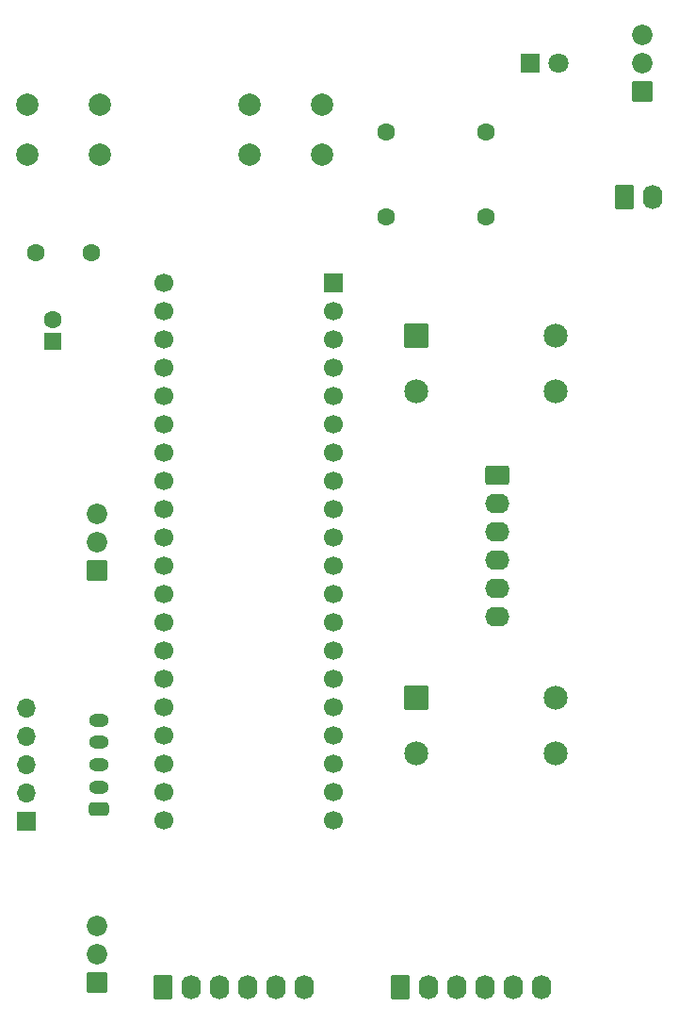
<source format=gbs>
%TF.GenerationSoftware,KiCad,Pcbnew,9.0.6*%
%TF.CreationDate,2026-01-05T15:37:48+01:00*%
%TF.ProjectId,STR500_v1.1,53545235-3030-45f7-9631-2e312e6b6963,rev?*%
%TF.SameCoordinates,Original*%
%TF.FileFunction,Soldermask,Bot*%
%TF.FilePolarity,Negative*%
%FSLAX46Y46*%
G04 Gerber Fmt 4.6, Leading zero omitted, Abs format (unit mm)*
G04 Created by KiCad (PCBNEW 9.0.6) date 2026-01-05 15:37:48*
%MOMM*%
%LPD*%
G01*
G04 APERTURE LIST*
G04 Aperture macros list*
%AMRoundRect*
0 Rectangle with rounded corners*
0 $1 Rounding radius*
0 $2 $3 $4 $5 $6 $7 $8 $9 X,Y pos of 4 corners*
0 Add a 4 corners polygon primitive as box body*
4,1,4,$2,$3,$4,$5,$6,$7,$8,$9,$2,$3,0*
0 Add four circle primitives for the rounded corners*
1,1,$1+$1,$2,$3*
1,1,$1+$1,$4,$5*
1,1,$1+$1,$6,$7*
1,1,$1+$1,$8,$9*
0 Add four rect primitives between the rounded corners*
20,1,$1+$1,$2,$3,$4,$5,0*
20,1,$1+$1,$4,$5,$6,$7,0*
20,1,$1+$1,$6,$7,$8,$9,0*
20,1,$1+$1,$8,$9,$2,$3,0*%
G04 Aperture macros list end*
%ADD10C,1.800000*%
%ADD11R,1.800000X1.800000*%
%ADD12C,1.839000*%
%ADD13RoundRect,0.102000X0.817500X-0.817500X0.817500X0.817500X-0.817500X0.817500X-0.817500X-0.817500X0*%
%ADD14R,1.700000X1.700000*%
%ADD15RoundRect,0.250000X0.650000X-0.350000X0.650000X0.350000X-0.650000X0.350000X-0.650000X-0.350000X0*%
%ADD16O,1.700000X1.700000*%
%ADD17O,1.800000X1.200000*%
%ADD18RoundRect,0.102000X-0.975000X-0.975000X0.975000X-0.975000X0.975000X0.975000X-0.975000X0.975000X0*%
%ADD19C,2.154000*%
%ADD20C,2.000000*%
%ADD21C,1.600000*%
%ADD22RoundRect,0.250000X-0.620000X-0.845000X0.620000X-0.845000X0.620000X0.845000X-0.620000X0.845000X0*%
%ADD23O,1.740000X2.190000*%
%ADD24C,1.700000*%
%ADD25RoundRect,0.250000X0.550000X-0.550000X0.550000X0.550000X-0.550000X0.550000X-0.550000X-0.550000X0*%
%ADD26RoundRect,0.250000X-0.845000X0.620000X-0.845000X-0.620000X0.845000X-0.620000X0.845000X0.620000X0*%
%ADD27O,2.190000X1.740000*%
G04 APERTURE END LIST*
D10*
%TO.C,LED1*%
X154540000Y-45000000D03*
D11*
X152000000Y-45000000D03*
%TD*%
D12*
%TO.C,SW2*%
X162000000Y-42460000D03*
X162000000Y-45000000D03*
D13*
X162000000Y-47540000D03*
%TD*%
D14*
%TO.C,GameTrak1*%
X106650000Y-113075000D03*
D15*
X113150000Y-111995000D03*
D16*
X106650000Y-110535000D03*
D17*
X113150000Y-109995000D03*
D16*
X106650000Y-107995000D03*
D17*
X113150000Y-107995000D03*
X113150000Y-105995000D03*
D16*
X106650000Y-105455000D03*
D17*
X113150000Y-103995000D03*
D16*
X106650000Y-102915000D03*
%TD*%
D18*
%TO.C,BT4*%
X141750000Y-102000000D03*
D19*
X154250000Y-102000000D03*
X141750000Y-107000000D03*
X154250000Y-107000000D03*
%TD*%
D20*
%TO.C,BT1*%
X106750000Y-48750000D03*
X113250000Y-48750000D03*
X106750000Y-53250000D03*
X113250000Y-53250000D03*
%TD*%
D18*
%TO.C,BT2*%
X141750000Y-69500000D03*
D19*
X154250000Y-69500000D03*
X141750000Y-74500000D03*
X154250000Y-74500000D03*
%TD*%
D13*
%TO.C,SW3*%
X113000000Y-127540000D03*
D12*
X113000000Y-125000000D03*
X113000000Y-122460000D03*
%TD*%
D13*
%TO.C,SW1*%
X113000000Y-90540000D03*
D12*
X113000000Y-88000000D03*
X113000000Y-85460000D03*
%TD*%
D20*
%TO.C,BT3*%
X126750000Y-48750000D03*
X133250000Y-48750000D03*
X126750000Y-53250000D03*
X133250000Y-53250000D03*
%TD*%
D21*
%TO.C,C2*%
X107500000Y-62000000D03*
X112500000Y-62000000D03*
%TD*%
D22*
%TO.C,J10*%
X118920000Y-128000000D03*
D23*
X126540000Y-128000000D03*
X121460000Y-128000000D03*
X129080000Y-128000000D03*
X124000000Y-128000000D03*
X131620000Y-128000000D03*
%TD*%
D21*
%TO.C,R1*%
X148000000Y-51190000D03*
X148000000Y-58810000D03*
%TD*%
D14*
%TO.C,A1*%
X134240000Y-64740000D03*
D24*
X134240000Y-67280000D03*
X134240000Y-69820000D03*
X134240000Y-72360000D03*
X134240000Y-74900000D03*
X134240000Y-77440000D03*
X134240000Y-79980000D03*
X134240000Y-82520000D03*
X134240000Y-85060000D03*
X134240000Y-87600000D03*
X134240000Y-90140000D03*
X134240000Y-92680000D03*
X134240000Y-95220000D03*
X134240000Y-97760000D03*
X134240000Y-100300000D03*
X134240000Y-102840000D03*
X134240000Y-105380000D03*
X134240000Y-107920000D03*
X134240000Y-110460000D03*
X134240000Y-113000000D03*
X119000000Y-113000000D03*
X119000000Y-110460000D03*
X119000000Y-107920000D03*
X119000000Y-105380000D03*
X119000000Y-102840000D03*
X119000000Y-100300000D03*
X119000000Y-97760000D03*
X119000000Y-95220000D03*
X119000000Y-92680000D03*
X119000000Y-90140000D03*
X119000000Y-87600000D03*
X119000000Y-85060000D03*
X119000000Y-82520000D03*
X119000000Y-79980000D03*
X119000000Y-77440000D03*
X119000000Y-74900000D03*
X119000000Y-72360000D03*
X119000000Y-69820000D03*
X119000000Y-67280000D03*
X119000000Y-64740000D03*
%TD*%
D25*
%TO.C,C1*%
X109000000Y-70000000D03*
D21*
X109000000Y-68000000D03*
%TD*%
D26*
%TO.C,J9*%
X149000000Y-82000000D03*
D27*
X149000000Y-89620000D03*
X149000000Y-84540000D03*
X149000000Y-92160000D03*
X149000000Y-87080000D03*
X149000000Y-94700000D03*
%TD*%
D22*
%TO.C,J1*%
X160460000Y-57000000D03*
D23*
X163000000Y-57000000D03*
%TD*%
D21*
%TO.C,D1*%
X139000000Y-58810000D03*
X139000000Y-51190000D03*
%TD*%
D22*
%TO.C,J8*%
X140300000Y-128000000D03*
D23*
X147920000Y-128000000D03*
X142840000Y-128000000D03*
X150460000Y-128000000D03*
X145380000Y-128000000D03*
X153000000Y-128000000D03*
%TD*%
M02*

</source>
